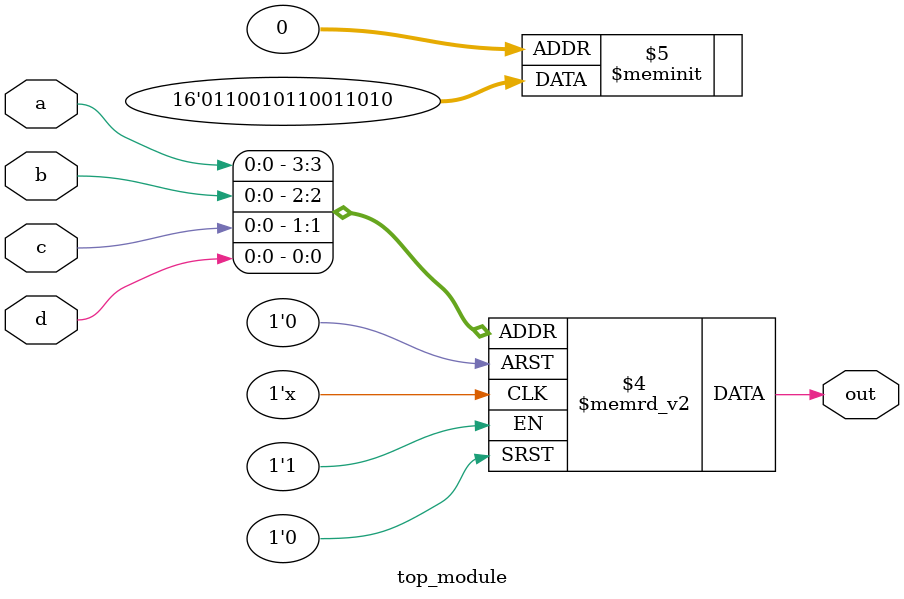
<source format=sv>
module top_module (
    input a, 
    input b,
    input c,
    input d,
    output reg out
);

    always @(a, b, c, d) begin
        case({a,b,c,d})
            4'b0000: out = 1'b0;
            4'b0001: out = 1'b1;
            4'b0010: out = 1'b0;
            4'b0011: out = 1'b1;
            4'b0100: out = 1'b1;
            4'b0101: out = 1'b0;
            4'b0110: out = 1'b0;
            4'b0111: out = 1'b1;
            4'b1000: out = 1'b1; 
            4'b1001: out = 1'b0;
            4'b1010: out = 1'b1;
            4'b1011: out = 1'b0;
            4'b1100: out = 1'b0;
            4'b1101: out = 1'b1;
            4'b1110: out = 1'b1;
            4'b1111: out = 1'b0;
        endcase
    end

endmodule

</source>
